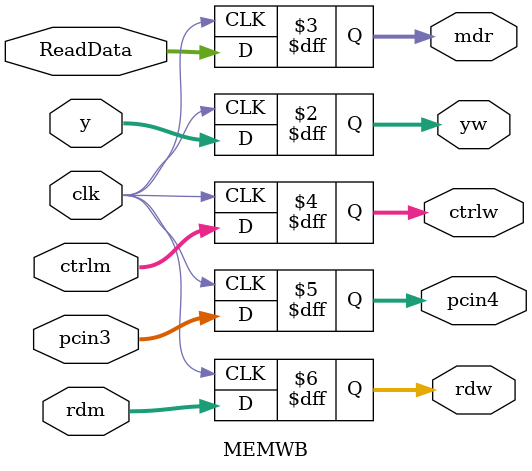
<source format=v>
module MEMWB(
    input clk,
    input [4:0] rdm,
    input [31:0] y,ReadData,ctrlm,pcin3,
    output reg [31:0] yw,mdr,ctrlw,pcin4,
    output reg [4:0] rdw
    );
    always @(posedge clk) begin
        rdw <= rdm;
        yw <= y;
        mdr <= ReadData;
        ctrlw <= ctrlm;
        pcin4 <= pcin3;
    end
endmodule
</source>
